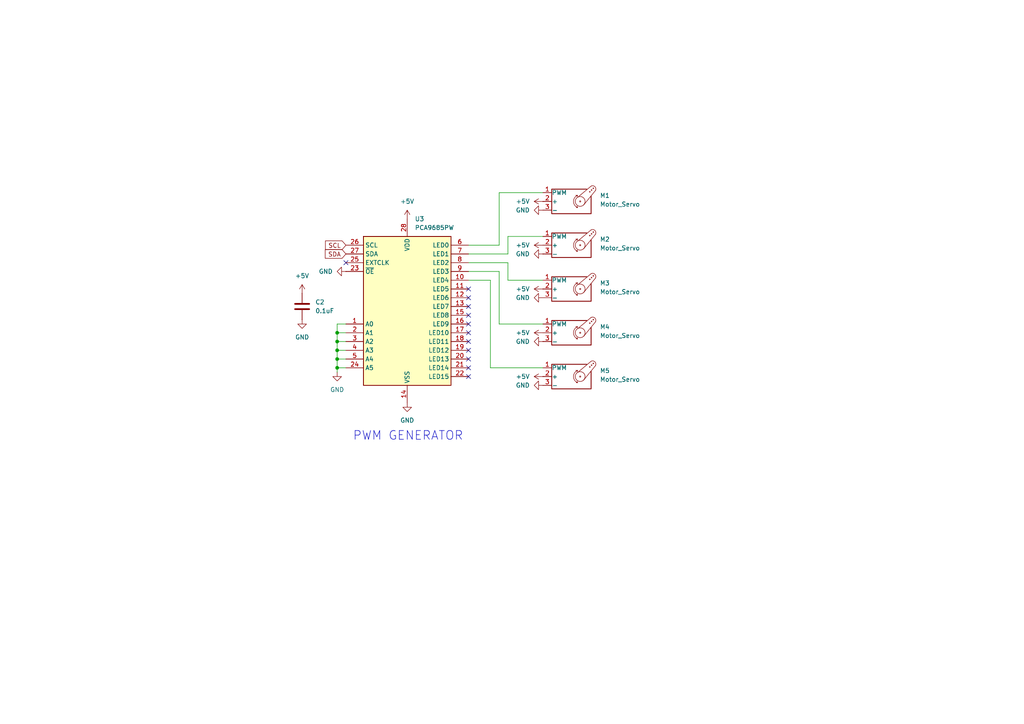
<source format=kicad_sch>
(kicad_sch (version 20231120) (generator "eeschema") (generator_version "8.0")
  (paper "A4")
  (lib_symbols
    (symbol "Device:C" (pin_numbers hide) (pin_names (offset 0.254))
      (property "Reference" "C" (at 0.635 2.54 0))
      (property "Value" "C" (at 0.635 -2.54 0))
      (symbol "C_0_1"
        (polyline (pts (xy -2.032 -0.762) (xy 2.032 -0.762)) (stroke (width 0.508)))
        (polyline (pts (xy -2.032 0.762) (xy 2.032 0.762)) (stroke (width 0.508)))
      )
      (symbol "C_1_1"
        (pin passive line (at 0 3.81 270) (length 2.794) (name "~") (number "1"))
        (pin passive line (at 0 -3.81 90) (length 2.794) (name "~") (number "2"))
      )
    )
    (symbol "Driver_LED:PCA9685PW"
      (property "Reference" "U" (at -12.7 22.225 0))
      (property "Value" "PCA9685PW" (at 1.27 22.225 0))
      (symbol "PCA9685PW_0_1"
        (rectangle (start -12.7 20.32) (end 12.7 -22.86) (stroke (width 0.254)) (fill (type background)))
      )
      (symbol "PCA9685PW_1_1"
        (pin input line (at -17.78 -5.08 0) (length 5.08) (name "A0") (number "1"))
        (pin output line (at 17.78 7.62 180) (length 5.08) (name "LED4") (number "10"))
        (pin output line (at 17.78 5.08 180) (length 5.08) (name "LED5") (number "11"))
        (pin output line (at 17.78 2.54 180) (length 5.08) (name "LED6") (number "12"))
        (pin output line (at 17.78 0 180) (length 5.08) (name "LED7") (number "13"))
        (pin power_in line (at 0 -27.94 90) (length 5.08) (name "VSS") (number "14"))
        (pin output line (at 17.78 -2.54 180) (length 5.08) (name "LED8") (number "15"))
        (pin output line (at 17.78 -5.08 180) (length 5.08) (name "LED9") (number "16"))
        (pin output line (at 17.78 -7.62 180) (length 5.08) (name "LED10") (number "17"))
        (pin output line (at 17.78 -10.16 180) (length 5.08) (name "LED11") (number "18"))
        (pin output line (at 17.78 -12.7 180) (length 5.08) (name "LED12") (number "19"))
        (pin input line (at -17.78 -7.62 0) (length 5.08) (name "A1") (number "2"))
        (pin output line (at 17.78 -15.24 180) (length 5.08) (name "LED13") (number "20"))
        (pin output line (at 17.78 -17.78 180) (length 5.08) (name "LED14") (number "21"))
        (pin output line (at 17.78 -20.32 180) (length 5.08) (name "LED15") (number "22"))
        (pin input line (at -17.78 10.16 0) (length 5.08) (name "~{OE}") (number "23"))
        (pin input line (at -17.78 -17.78 0) (length 5.08) (name "A5") (number "24"))
        (pin input line (at -17.78 12.7 0) (length 5.08) (name "EXTCLK") (number "25"))
        (pin input line (at -17.78 17.78 0) (length 5.08) (name "SCL") (number "26"))
        (pin bidirectional line (at -17.78 15.24 0) (length 5.08) (name "SDA") (number "27"))
        (pin power_in line (at 0 25.4 270) (length 5.08) (name "VDD") (number "28"))
        (pin input line (at -17.78 -10.16 0) (length 5.08) (name "A2") (number "3"))
        (pin input line (at -17.78 -12.7 0) (length 5.08) (name "A3") (number "4"))
        (pin input line (at -17.78 -15.24 0) (length 5.08) (name "A4") (number "5"))
        (pin output line (at 17.78 17.78 180) (length 5.08) (name "LED0") (number "6"))
        (pin output line (at 17.78 15.24 180) (length 5.08) (name "LED1") (number "7"))
        (pin output line (at 17.78 12.7 180) (length 5.08) (name "LED2") (number "8"))
        (pin output line (at 17.78 10.16 180) (length 5.08) (name "LED3") (number "9"))
      )
    )
    (symbol "Motor:Motor_Servo" (pin_names (offset 0.0254))
      (property "Reference" "M" (at -5.08 4.445 0))
      (property "Value" "Motor_Servo" (at -5.08 -4.064 0))
      (symbol "Motor_Servo_0_1"
        (polyline (pts (xy 2.413 -1.778) (xy 2.032 -1.778)))
        (polyline (pts (xy 2.413 -1.778) (xy 2.286 -1.397)))
        (polyline (pts (xy 2.413 1.778) (xy 1.905 1.778)))
        (polyline (pts (xy 2.413 1.778) (xy 2.286 1.397)))
        (polyline (pts (xy 6.35 4.445) (xy 2.54 1.27)))
        (polyline (pts (xy 7.62 3.175) (xy 4.191 -1.016)))
        (polyline (pts (xy 5.08 3.556) (xy -5.08 3.556) (xy -5.08 -3.556) (xy 6.35 -3.556) (xy 6.35 1.524)) (stroke (width 0.254)))
        (arc (start 2.413 1.778) (mid 1.2406 0) (end 2.413 -1.778))
        (circle (center 3.175 0) (radius 0.1778))
        (circle (center 3.175 0) (radius 1.4224))
        (circle (center 5.969 2.794) (radius 0.127))
        (circle (center 6.477 3.302) (radius 0.127))
        (circle (center 6.985 3.81) (radius 0.127))
        (arc (start 7.62 3.175) (mid 7.4485 4.2735) (end 6.35 4.445))
      )
      (symbol "Motor_Servo_1_1"
        (pin passive line (at -7.62 2.54 0) (length 2.54) (name "PWM") (number "1"))
        (pin passive line (at -7.62 0 0) (length 2.54) (name "+") (number "2"))
        (pin passive line (at -7.62 -2.54 0) (length 2.54) (name "-") (number "3"))
      )
    )
    (symbol "power:+5V" (power) (pin_numbers hide) (pin_names (offset 0) hide)
      (property "Value" "+5V" (at 0 3.556 0))
      (symbol "+5V_0_1"
        (polyline (pts (xy -0.762 1.27) (xy 0 2.54)))
        (polyline (pts (xy 0 0) (xy 0 2.54)))
        (polyline (pts (xy 0 2.54) (xy 0.762 1.27)))
      )
      (symbol "+5V_1_1"
        (pin power_in line (at 0 0 90) (length 0) (name "~") (number "1"))
      )
    )
    (symbol "power:GND" (power) (pin_numbers hide) (pin_names (offset 0) hide)
      (property "Value" "GND" (at 0 -3.81 0))
      (symbol "GND_0_1"
        (polyline (pts (xy 0 0) (xy 0 -1.27) (xy 1.27 -1.27) (xy 0 -2.54) (xy -1.27 -1.27) (xy 0 -1.27)))
      )
      (symbol "GND_1_1"
        (pin power_in line (at 0 0 270) (length 0) (name "~") (number "1"))
      )
    )
  )
  (junction (at 97.79 99.06))
  (junction (at 97.79 104.14))
  (junction (at 97.79 101.6))
  (junction (at 97.79 96.52))
  (junction (at 97.79 106.68))
  (no_connect (at 135.89 106.68))
  (no_connect (at 135.89 91.44))
  (no_connect (at 135.89 109.22))
  (no_connect (at 135.89 104.14))
  (no_connect (at 135.89 93.98))
  (no_connect (at 135.89 99.06))
  (no_connect (at 135.89 101.6))
  (no_connect (at 135.89 83.82))
  (no_connect (at 135.89 88.9))
  (no_connect (at 135.89 86.36))
  (no_connect (at 135.89 96.52))
  (no_connect (at 100.33 76.2))
  (wire (pts (xy 144.78 93.98) (xy 144.78 78.74)))
  (wire (pts (xy 157.48 106.68) (xy 142.24 106.68)))
  (wire (pts (xy 135.89 73.66) (xy 147.32 73.66)))
  (wire (pts (xy 97.79 96.52) (xy 100.33 96.52)))
  (wire (pts (xy 97.79 106.68) (xy 100.33 106.68)))
  (wire (pts (xy 142.24 81.28) (xy 135.89 81.28)))
  (wire (pts (xy 97.79 104.14) (xy 100.33 104.14)))
  (wire (pts (xy 97.79 104.14) (xy 97.79 101.6)))
  (wire (pts (xy 97.79 107.95) (xy 97.79 106.68)))
  (wire (pts (xy 142.24 106.68) (xy 142.24 81.28)))
  (wire (pts (xy 147.32 81.28) (xy 147.32 76.2)))
  (wire (pts (xy 97.79 106.68) (xy 97.79 104.14)))
  (wire (pts (xy 97.79 101.6) (xy 100.33 101.6)))
  (wire (pts (xy 97.79 96.52) (xy 97.79 93.98)))
  (wire (pts (xy 157.48 81.28) (xy 147.32 81.28)))
  (wire (pts (xy 97.79 99.06) (xy 100.33 99.06)))
  (wire (pts (xy 144.78 55.88) (xy 157.48 55.88)))
  (wire (pts (xy 97.79 99.06) (xy 97.79 96.52)))
  (wire (pts (xy 144.78 71.12) (xy 144.78 55.88)))
  (wire (pts (xy 157.48 93.98) (xy 144.78 93.98)))
  (wire (pts (xy 97.79 101.6) (xy 97.79 99.06)))
  (wire (pts (xy 97.79 93.98) (xy 100.33 93.98)))
  (wire (pts (xy 147.32 73.66) (xy 147.32 68.58)))
  (wire (pts (xy 135.89 71.12) (xy 144.78 71.12)))
  (wire (pts (xy 147.32 68.58) (xy 157.48 68.58)))
  (wire (pts (xy 147.32 76.2) (xy 135.89 76.2)))
  (wire (pts (xy 144.78 78.74) (xy 135.89 78.74)))
  (text "PWM GENERATOR" (at 118.364 126.492 0) (effects (font (size 2.54 2.54))))
  (global_label "SDA" (shape input) (at 100.33 73.66 180) (property "Intersheetrefs" "${INTERSHEET_REFS}" (effects (hide yes))))
  (global_label "SCL" (shape input) (at 100.33 71.12 180) (property "Intersheetrefs" "${INTERSHEET_REFS}" (effects (hide yes))))
  (symbol (lib_id "Motor:Motor_Servo") (at 165.1 83.82 0) (unit 1)
    (property "Reference" "M3" (at 173.99 82.1165 0) (effects (justify left)))
    (property "Value" "Motor_Servo" (at 173.99 84.6565 0) (effects (justify left)))
    (property "Datasheet" "http://forums.parallax.com/uploads/attachments/46831/74481.png" (effects (hide yes)))
    (property "Description" "Servo Motor (Futaba, HiTec, JR connector)" (effects (hide yes)))
  )
  (symbol (lib_id "Device:C") (at 87.63 88.9 0) (unit 1)
    (property "Reference" "C2" (at 91.44 87.6299 0) (effects (justify left)))
    (property "Value" "0.1uF" (at 91.44 90.1699 0) (effects (justify left)))
    (property "Footprint" "Capacitor_THT:C_Disc_D8.0mm_W2.5mm_P5.00mm" (effects (hide yes)))
    (property "Description" "Unpolarized capacitor" (effects (hide yes)))
    (property "Digikey" "https://www.digikey.ca/en/products/detail/vishay-beyschlag-draloric-bc-components/K104K10X7RF5UH5/2356754" (effects (hide yes)))
  )
  (symbol (lib_id "Motor:Motor_Servo") (at 165.1 71.12 0) (unit 1)
    (property "Reference" "M2" (at 173.99 69.4165 0) (effects (justify left)))
    (property "Value" "Motor_Servo" (at 173.99 71.9565 0) (effects (justify left)))
    (property "Datasheet" "http://forums.parallax.com/uploads/attachments/46831/74481.png" (effects (hide yes)))
    (property "Description" "Servo Motor (Futaba, HiTec, JR connector)" (effects (hide yes)))
  )
  (symbol (lib_id "power:+5V") (at 157.48 58.42 90) (unit 1)
    (property "Reference" "#PWR06" (effects (hide yes)))
    (property "Value" "+5V" (at 153.67 58.4199 90) (effects (justify left)))
    (property "Description" "Power symbol creates a global label with name \"+5V\"" (effects (hide yes)))
  )
  (symbol (lib_id "power:+5V") (at 118.11 63.5 0) (unit 1)
    (property "Reference" "#PWR08" (effects (hide yes)))
    (property "Value" "+5V" (at 118.11 58.42 0))
    (property "Description" "Power symbol creates a global label with name \"+5V\"" (effects (hide yes)))
  )
  (symbol (lib_id "power:GND") (at 100.33 78.74 270) (unit 1)
    (property "Reference" "#PWR011" (effects (hide yes)))
    (property "Value" "GND" (at 96.52 78.7399 90) (effects (justify right)))
    (property "Description" "Power symbol creates a global label with name \"GND\" , ground" (effects (hide yes)))
  )
  (symbol (lib_id "power:+5V") (at 157.48 83.82 90) (unit 1)
    (property "Reference" "#PWR012" (effects (hide yes)))
    (property "Value" "+5V" (at 153.67 83.8199 90) (effects (justify left)))
    (property "Description" "Power symbol creates a global label with name \"+5V\"" (effects (hide yes)))
  )
  (symbol (lib_id "power:GND") (at 118.11 116.84 0) (unit 1)
    (property "Reference" "#PWR039" (effects (hide yes)))
    (property "Value" "GND" (at 118.11 121.92 0))
    (property "Description" "Power symbol creates a global label with name \"GND\" , ground" (effects (hide yes)))
  )
  (symbol (lib_id "power:GND") (at 157.48 73.66 270) (unit 1)
    (property "Reference" "#PWR010" (effects (hide yes)))
    (property "Value" "GND" (at 153.67 73.6599 90) (effects (justify right)))
    (property "Description" "Power symbol creates a global label with name \"GND\" , ground" (effects (hide yes)))
  )
  (symbol (lib_id "Driver_LED:PCA9685PW") (at 118.11 88.9 0) (unit 1)
    (property "Reference" "U3" (at 120.3041 63.5 0) (effects (justify left)))
    (property "Value" "PCA9685PW" (at 120.3041 66.04 0) (effects (justify left)))
    (property "Footprint" "Package_SO:TSSOP-28_4.4x9.7mm_P0.65mm" (effects (hide yes)))
    (property "Datasheet" "http://www.nxp.com/docs/en/data-sheet/PCA9685.pdf" (effects (hide yes)))
    (property "Description" "16-channel 12-bit PWM Fm+ I2C-bus LED controller RGBA TSSOP" (effects (hide yes)))
    (property "Digikey" "https://www.digikey.ca/en/products/detail/nxp-usa-inc/PCA9685PW-112/2034324" (effects (hide yes)))
  )
  (symbol (lib_id "power:GND") (at 87.63 92.71 0) (unit 1)
    (property "Reference" "#PWR015" (effects (hide yes)))
    (property "Value" "GND" (at 87.63 97.79 0))
    (property "Description" "Power symbol creates a global label with name \"GND\" , ground" (effects (hide yes)))
  )
  (symbol (lib_id "Motor:Motor_Servo") (at 165.1 109.22 0) (unit 1)
    (property "Reference" "M5" (at 173.99 107.5165 0) (effects (justify left)))
    (property "Value" "Motor_Servo" (at 173.99 110.0565 0) (effects (justify left)))
    (property "Datasheet" "http://forums.parallax.com/uploads/attachments/46831/74481.png" (effects (hide yes)))
    (property "Description" "Servo Motor (Futaba, HiTec, JR connector)" (effects (hide yes)))
  )
  (symbol (lib_id "power:+5V") (at 87.63 85.09 0) (unit 1)
    (property "Reference" "#PWR013" (effects (hide yes)))
    (property "Value" "+5V" (at 87.63 80.01 0))
    (property "Description" "Power symbol creates a global label with name \"+5V\"" (effects (hide yes)))
  )
  (symbol (lib_id "power:+5V") (at 157.48 71.12 90) (unit 1)
    (property "Reference" "#PWR09" (effects (hide yes)))
    (property "Value" "+5V" (at 153.67 71.1199 90) (effects (justify left)))
    (property "Description" "Power symbol creates a global label with name \"+5V\"" (effects (hide yes)))
  )
  (symbol (lib_id "power:GND") (at 157.48 111.76 270) (unit 1)
    (property "Reference" "#PWR036" (effects (hide yes)))
    (property "Value" "GND" (at 153.67 111.7599 90) (effects (justify right)))
    (property "Description" "Power symbol creates a global label with name \"GND\" , ground" (effects (hide yes)))
  )
  (symbol (lib_id "power:GND") (at 157.48 86.36 270) (unit 1)
    (property "Reference" "#PWR014" (effects (hide yes)))
    (property "Value" "GND" (at 153.67 86.3599 90) (effects (justify right)))
    (property "Description" "Power symbol creates a global label with name \"GND\" , ground" (effects (hide yes)))
  )
  (symbol (lib_id "Motor:Motor_Servo") (at 165.1 58.42 0) (unit 1)
    (property "Reference" "M1" (at 173.99 56.7165 0) (effects (justify left)))
    (property "Value" "Motor_Servo" (at 173.99 59.2565 0) (effects (justify left)))
    (property "Datasheet" "http://forums.parallax.com/uploads/attachments/46831/74481.png" (effects (hide yes)))
    (property "Description" "Servo Motor (Futaba, HiTec, JR connector)" (effects (hide yes)))
  )
  (symbol (lib_id "power:+5V") (at 157.48 109.22 90) (unit 1)
    (property "Reference" "#PWR035" (effects (hide yes)))
    (property "Value" "+5V" (at 153.67 109.2199 90) (effects (justify left)))
    (property "Description" "Power symbol creates a global label with name \"+5V\"" (effects (hide yes)))
  )
  (symbol (lib_id "power:+5V") (at 157.48 96.52 90) (unit 1)
    (property "Reference" "#PWR016" (effects (hide yes)))
    (property "Value" "+5V" (at 153.67 96.5199 90) (effects (justify left)))
    (property "Description" "Power symbol creates a global label with name \"+5V\"" (effects (hide yes)))
  )
  (symbol (lib_id "power:GND") (at 157.48 60.96 270) (unit 1)
    (property "Reference" "#PWR07" (effects (hide yes)))
    (property "Value" "GND" (at 153.67 60.9599 90) (effects (justify right)))
    (property "Description" "Power symbol creates a global label with name \"GND\" , ground" (effects (hide yes)))
  )
  (symbol (lib_id "Motor:Motor_Servo") (at 165.1 96.52 0) (unit 1)
    (property "Reference" "M4" (at 173.99 94.8165 0) (effects (justify left)))
    (property "Value" "Motor_Servo" (at 173.99 97.3565 0) (effects (justify left)))
    (property "Datasheet" "http://forums.parallax.com/uploads/attachments/46831/74481.png" (effects (hide yes)))
    (property "Description" "Servo Motor (Futaba, HiTec, JR connector)" (effects (hide yes)))
  )
  (symbol (lib_id "power:GND") (at 97.79 107.95 0) (unit 1)
    (property "Reference" "#PWR018" (effects (hide yes)))
    (property "Value" "GND" (at 97.79 113.03 0))
    (property "Description" "Power symbol creates a global label with name \"GND\" , ground" (effects (hide yes)))
  )
  (symbol (lib_id "power:GND") (at 157.48 99.06 270) (unit 1)
    (property "Reference" "#PWR017" (effects (hide yes)))
    (property "Value" "GND" (at 153.67 99.0599 90) (effects (justify right)))
    (property "Description" "Power symbol creates a global label with name \"GND\" , ground" (effects (hide yes)))
  )
)
</source>
